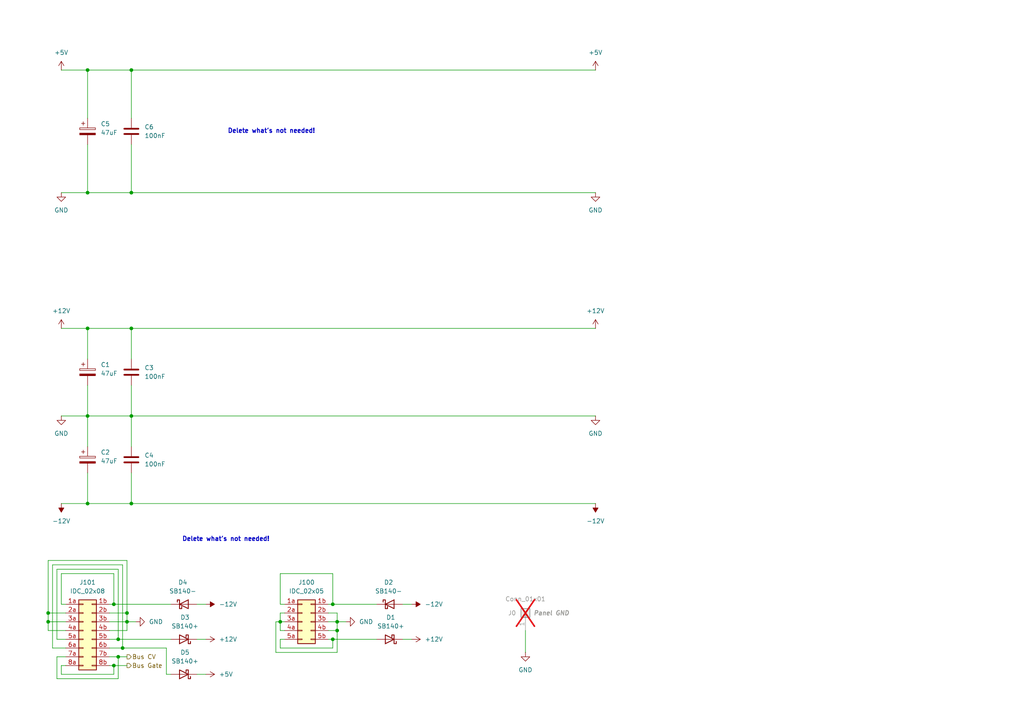
<source format=kicad_sch>
(kicad_sch (version 20250114) (generator "eeschema") (generator_version "9.0")
  (paper "A4")
  (title_block (title "Power Distribution") (company "DMH Instruments") (comment 1 "PCB for 5 cm Kosmo format synthesizer module"))
  (lib_symbols
    (symbol "Connector_Generic:Conn_01x01" (pin_names (offset 1.016) (hide yes))
      (property "Reference" "J" (at 0 2.54 0))
      (property "Value" "Conn_01x01" (at 0 -2.54 0))
      (symbol "Conn_01x01_1_1"
        (rectangle (start -1.27 1.27) (end 1.27 -1.27) (stroke (width 0.254)) (fill (type background)))
        (rectangle (start -1.27 0.127) (end 0 -0.127) (stroke (width 0.1524)))
        (pin passive line (at -5.08 0 0) (length 3.81) (name "Pin_1") (number "1"))
      )
    )
    (symbol "Device:C" (pin_numbers (hide yes)) (pin_names (offset 0.254))
      (property "Reference" "C" (at 0.635 2.54 0))
      (property "Value" "C" (at 0.635 -2.54 0))
      (symbol "C_0_1"
        (polyline (pts (xy -2.032 0.762) (xy 2.032 0.762)) (stroke (width 0.508)))
        (polyline (pts (xy -2.032 -0.762) (xy 2.032 -0.762)) (stroke (width 0.508)))
      )
      (symbol "C_1_1"
        (pin passive line (at 0 3.81 270) (length 2.794) (name "~") (number "1"))
        (pin passive line (at 0 -3.81 90) (length 2.794) (name "~") (number "2"))
      )
    )
    (symbol "Device:C_Polarized" (pin_numbers (hide yes)) (pin_names (offset 0.254))
      (property "Reference" "C" (at 0.635 2.54 0))
      (property "Value" "C_Polarized" (at 0.635 -2.54 0))
      (symbol "C_Polarized_0_1"
        (rectangle (start -2.286 0.508) (end 2.286 1.016))
        (polyline (pts (xy -1.778 2.286) (xy -0.762 2.286)))
        (polyline (pts (xy -1.27 2.794) (xy -1.27 1.778)))
        (rectangle (start 2.286 -0.508) (end -2.286 -1.016) (fill (type outline)))
      )
      (symbol "C_Polarized_1_1"
        (pin passive line (at 0 3.81 270) (length 2.794) (name "~") (number "1"))
        (pin passive line (at 0 -3.81 90) (length 2.794) (name "~") (number "2"))
      )
    )
    (symbol "SynthStuff:Eurorack_Power_Connector_10Pin" (pin_names (offset 1.016) (hide yes))
      (property "Reference" "J" (at 0 -10.922 0))
      (property "Value" "IDC_02x05" (at 0 -8.382 0))
      (symbol "Eurorack_Power_Connector_10Pin_1_1"
        (rectangle (start -2.54 6.35) (end 2.54 -6.35) (stroke (width 0.254)) (fill (type background)))
        (rectangle (start -2.54 5.207) (end -1.27 4.953) (stroke (width 0.1524)))
        (rectangle (start -2.54 2.667) (end -1.27 2.413) (stroke (width 0.1524)))
        (rectangle (start -2.54 0.127) (end -1.27 -0.127) (stroke (width 0.1524)))
        (rectangle (start -2.54 -2.413) (end -1.27 -2.667) (stroke (width 0.1524)))
        (rectangle (start -2.54 -4.953) (end -1.27 -5.207) (stroke (width 0.1524)))
        (rectangle (start 2.54 5.207) (end 1.27 4.953) (stroke (width 0.1524)))
        (rectangle (start 2.54 2.667) (end 1.27 2.413) (stroke (width 0.1524)))
        (rectangle (start 2.54 0.127) (end 1.27 -0.127) (stroke (width 0.1524)))
        (rectangle (start 2.54 -2.413) (end 1.27 -2.667) (stroke (width 0.1524)))
        (rectangle (start 2.54 -4.953) (end 1.27 -5.207) (stroke (width 0.1524)))
        (pin power_out line (at -6.35 5.08 0) (length 3.81) (name "Pin_1a") (number "1a"))
        (pin power_out line (at -6.35 2.54 0) (length 3.81) (name "Pin_2a") (number "2a"))
        (pin passive line (at -6.35 0 0) (length 3.81) (name "Pin_3a") (number "3a"))
        (pin passive line (at -6.35 -2.54 0) (length 3.81) (name "Pin_4a") (number "4a"))
        (pin power_out line (at -6.35 -5.08 0) (length 3.81) (name "Pin_5a") (number "5a"))
        (pin passive line (at 6.35 5.08 180) (length 3.81) (name "Pin_1b") (number "1b"))
        (pin passive line (at 6.35 2.54 180) (length 3.81) (name "Pin_2b") (number "2b"))
        (pin passive line (at 6.35 0 180) (length 3.81) (name "Pin_3b") (number "3b"))
        (pin passive line (at 6.35 -2.54 180) (length 3.81) (name "Pin_4b") (number "4b"))
        (pin passive line (at 6.35 -5.08 180) (length 3.81) (name "Pin_5b") (number "5b"))
      )
    )
    (symbol "SynthStuff:Eurorack_Power_Connector_16Pin" (pin_names (offset 1.016) (hide yes))
      (property "Reference" "J" (at 1.27 -16.51 0))
      (property "Value" "IDC_02x08" (at 1.27 -13.97 0))
      (symbol "Eurorack_Power_Connector_16Pin_1_1"
        (rectangle (start -1.27 8.89) (end 3.81 -11.43) (stroke (width 0.254)) (fill (type background)))
        (rectangle (start -1.27 7.747) (end 0 7.493) (stroke (width 0.1524)))
        (rectangle (start -1.27 5.207) (end 0 4.953) (stroke (width 0.1524)))
        (rectangle (start -1.27 2.667) (end 0 2.413) (stroke (width 0.1524)))
        (rectangle (start -1.27 0.127) (end 0 -0.127) (stroke (width 0.1524)))
        (rectangle (start -1.27 -2.413) (end 0 -2.667) (stroke (width 0.1524)))
        (rectangle (start -1.27 -4.953) (end 0 -5.207) (stroke (width 0.1524)))
        (rectangle (start -1.27 -7.493) (end 0 -7.747) (stroke (width 0.1524)))
        (rectangle (start -1.27 -10.033) (end 0 -10.287) (stroke (width 0.1524)))
        (rectangle (start 3.81 7.747) (end 2.54 7.493) (stroke (width 0.1524)))
        (rectangle (start 3.81 5.207) (end 2.54 4.953) (stroke (width 0.1524)))
        (rectangle (start 3.81 2.667) (end 2.54 2.413) (stroke (width 0.1524)))
        (rectangle (start 3.81 0.127) (end 2.54 -0.127) (stroke (width 0.1524)))
        (rectangle (start 3.81 -2.413) (end 2.54 -2.667) (stroke (width 0.1524)))
        (rectangle (start 3.81 -4.953) (end 2.54 -5.207) (stroke (width 0.1524)))
        (rectangle (start 3.81 -7.493) (end 2.54 -7.747) (stroke (width 0.1524)))
        (rectangle (start 3.81 -10.033) (end 2.54 -10.287) (stroke (width 0.1524)))
        (pin power_out line (at -5.08 7.62 0) (length 3.81) (name "Pin_1a") (number "1a"))
        (pin power_out line (at -5.08 5.08 0) (length 3.81) (name "Pin_2a") (number "2a"))
        (pin passive line (at -5.08 2.54 0) (length 3.81) (name "Pin_3a") (number "3a"))
        (pin passive line (at -5.08 0 0) (length 3.81) (name "Pin_4a") (number "4a"))
        (pin power_out line (at -5.08 -2.54 0) (length 3.81) (name "Pin_5a") (number "5a"))
        (pin power_out line (at -5.08 -5.08 0) (length 3.81) (name "Pin_6a") (number "6a"))
        (pin passive line (at -5.08 -7.62 0) (length 3.81) (name "Pin_7a") (number "7a"))
        (pin passive line (at -5.08 -10.16 0) (length 3.81) (name "Pin_8a") (number "8a"))
        (pin passive line (at 7.62 7.62 180) (length 3.81) (name "Pin_1b") (number "1b"))
        (pin passive line (at 7.62 5.08 180) (length 3.81) (name "Pin_2b") (number "2b"))
        (pin passive line (at 7.62 2.54 180) (length 3.81) (name "Pin_3b") (number "3b"))
        (pin passive line (at 7.62 0 180) (length 3.81) (name "Pin_4b") (number "4b"))
        (pin passive line (at 7.62 -2.54 180) (length 3.81) (name "Pin_5b") (number "5b"))
        (pin passive line (at 7.62 -5.08 180) (length 3.81) (name "Pin_6b") (number "6b"))
        (pin passive line (at 7.62 -7.62 180) (length 3.81) (name "Pin_7b") (number "7b"))
        (pin passive line (at 7.62 -10.16 180) (length 3.81) (name "Pin_8b") (number "8b"))
      )
    )
    (symbol "SynthStuff:Power_Bus_Schotty_+" (pin_numbers (hide yes)) (pin_names (offset 1.016) (hide yes))
      (property "Reference" "D" (at 0 2.54 0))
      (property "Value" "SB140+" (at 0 -2.54 0))
      (symbol "Power_Bus_Schotty_+_0_1"
        (polyline (pts (xy -1.905 0.635) (xy -1.905 1.27) (xy -1.27 1.27) (xy -1.27 -1.27) (xy -0.635 -1.27) (xy -0.635 -0.635)) (stroke (width 0.254)))
        (polyline (pts (xy 1.27 1.27) (xy 1.27 -1.27) (xy -1.27 0) (xy 1.27 1.27)) (stroke (width 0.254)))
        (polyline (pts (xy 1.27 0) (xy -1.27 0)))
      )
      (symbol "Power_Bus_Schotty_+_1_1"
        (pin power_out line (at -3.81 0 0) (length 2.54) (name "K") (number "1"))
        (pin power_in line (at 3.81 0 180) (length 2.54) (name "A") (number "2"))
      )
    )
    (symbol "SynthStuff:Power_Bus_Schotty_-" (pin_numbers (hide yes)) (pin_names (offset 1.016) (hide yes))
      (property "Reference" "D" (at 0 2.54 0))
      (property "Value" "SB140-" (at 0 -2.54 0))
      (symbol "Power_Bus_Schotty_-_0_1"
        (polyline (pts (xy -1.905 0.635) (xy -1.905 1.27) (xy -1.27 1.27) (xy -1.27 -1.27) (xy -0.635 -1.27) (xy -0.635 -0.635)) (stroke (width 0.254)))
        (polyline (pts (xy 1.27 1.27) (xy 1.27 -1.27) (xy -1.27 0) (xy 1.27 1.27)) (stroke (width 0.254)))
        (polyline (pts (xy 1.27 0) (xy -1.27 0)))
      )
      (symbol "Power_Bus_Schotty_-_1_1"
        (pin power_in line (at -3.81 0 0) (length 2.54) (name "K") (number "1"))
        (pin power_out line (at 3.81 0 180) (length 2.54) (name "A") (number "2"))
      )
    )
    (symbol "power:+12V" (power) (pin_numbers (hide yes)) (pin_names (offset 0) (hide yes))
      (property "Value" "+12V" (at 0 3.556 0))
      (symbol "+12V_0_1"
        (polyline (pts (xy -0.762 1.27) (xy 0 2.54)))
        (polyline (pts (xy 0 2.54) (xy 0.762 1.27)))
        (polyline (pts (xy 0 0) (xy 0 2.54)))
      )
      (symbol "+12V_1_1"
        (pin power_in line (at 0 0 90) (length 0) (name "~") (number "1"))
      )
    )
    (symbol "power:+5V" (power) (pin_numbers (hide yes)) (pin_names (offset 0) (hide yes))
      (property "Value" "+5V" (at 0 3.556 0))
      (symbol "+5V_0_1"
        (polyline (pts (xy -0.762 1.27) (xy 0 2.54)))
        (polyline (pts (xy 0 2.54) (xy 0.762 1.27)))
        (polyline (pts (xy 0 0) (xy 0 2.54)))
      )
      (symbol "+5V_1_1"
        (pin power_in line (at 0 0 90) (length 0) (name "~") (number "1"))
      )
    )
    (symbol "power:-12V" (power) (pin_numbers (hide yes)) (pin_names (offset 0) (hide yes))
      (property "Value" "-12V" (at 0 3.556 0))
      (symbol "-12V_0_0"
        (pin power_in line (at 0 0 90) (length 0) (name "~") (number "1"))
      )
      (symbol "-12V_0_1"
        (polyline (pts (xy 0 0) (xy 0 1.27) (xy 0.762 1.27) (xy 0 2.54) (xy -0.762 1.27) (xy 0 1.27)) (fill (type outline)))
      )
    )
    (symbol "power:GND" (power) (pin_numbers (hide yes)) (pin_names (offset 0) (hide yes))
      (property "Value" "GND" (at 0 -3.81 0))
      (symbol "GND_0_1"
        (polyline (pts (xy 0 0) (xy 0 -1.27) (xy 1.27 -1.27) (xy 0 -2.54) (xy -1.27 -1.27) (xy 0 -1.27)))
      )
      (symbol "GND_1_1"
        (pin power_in line (at 0 0 270) (length 0) (name "~") (number "1"))
      )
    )
  )
  (text "Delete what's not needed!" (exclude_from_sim yes) (at 65.532 156.464 0) (effects (font (size 1.27 1.27) (thickness 0.254) (bold yes))))
  (text "Delete what's not needed!" (exclude_from_sim yes) (at 78.74 38.1 0) (effects (font (size 1.27 1.27) (bold yes))))
  (junction (at 38.1 55.88))
  (junction (at 33.02 193.04))
  (junction (at 25.4 55.88))
  (junction (at 81.28 180.34))
  (junction (at 97.79 180.34))
  (junction (at 33.02 175.26))
  (junction (at 25.4 120.65))
  (junction (at 38.1 146.05))
  (junction (at 36.83 180.34))
  (junction (at 35.56 187.96))
  (junction (at 96.52 175.26))
  (junction (at 34.29 185.42))
  (junction (at 38.1 20.32))
  (junction (at 97.79 182.88))
  (junction (at 25.4 146.05))
  (junction (at 25.4 20.32))
  (junction (at 36.83 177.8))
  (junction (at 13.97 180.34))
  (junction (at 96.52 185.42))
  (junction (at 38.1 120.65))
  (junction (at 25.4 95.25))
  (junction (at 34.29 190.5))
  (junction (at 13.97 177.8))
  (junction (at 38.1 95.25))
  (wire (pts (xy 96.52 175.26) (xy 109.22 175.26)))
  (wire (pts (xy 33.02 193.04) (xy 36.83 193.04)))
  (wire (pts (xy 25.4 20.32) (xy 25.4 34.29)))
  (wire (pts (xy 81.28 166.37) (xy 96.52 166.37)))
  (wire (pts (xy 13.97 162.56) (xy 13.97 177.8)))
  (wire (pts (xy 33.02 195.58) (xy 33.02 193.04)))
  (wire (pts (xy 38.1 20.32) (xy 172.72 20.32)))
  (wire (pts (xy 15.24 163.83) (xy 35.56 163.83)))
  (wire (pts (xy 17.78 55.88) (xy 25.4 55.88)))
  (wire (pts (xy 81.28 180.34) (xy 80.01 180.34)))
  (wire (pts (xy 95.25 185.42) (xy 96.52 185.42)))
  (wire (pts (xy 35.56 163.83) (xy 35.56 187.96)))
  (wire (pts (xy 17.78 120.65) (xy 25.4 120.65)))
  (wire (pts (xy 13.97 180.34) (xy 13.97 177.8)))
  (wire (pts (xy 35.56 187.96) (xy 48.26 187.96)))
  (wire (pts (xy 81.28 177.8) (xy 82.55 177.8)))
  (wire (pts (xy 95.25 180.34) (xy 97.79 180.34)))
  (wire (pts (xy 97.79 189.23) (xy 97.79 182.88)))
  (wire (pts (xy 25.4 55.88) (xy 38.1 55.88)))
  (wire (pts (xy 34.29 165.1) (xy 34.29 185.42)))
  (wire (pts (xy 116.84 185.42) (xy 119.38 185.42)))
  (wire (pts (xy 17.78 20.32) (xy 25.4 20.32)))
  (wire (pts (xy 25.4 146.05) (xy 38.1 146.05)))
  (wire (pts (xy 19.05 180.34) (xy 13.97 180.34)))
  (wire (pts (xy 19.05 185.42) (xy 16.51 185.42)))
  (wire (pts (xy 38.1 20.32) (xy 38.1 34.29)))
  (wire (pts (xy 38.1 146.05) (xy 172.72 146.05)))
  (wire (pts (xy 82.55 182.88) (xy 81.28 182.88)))
  (wire (pts (xy 81.28 175.26) (xy 81.28 166.37)))
  (wire (pts (xy 25.4 95.25) (xy 25.4 104.14)))
  (wire (pts (xy 38.1 41.91) (xy 38.1 55.88)))
  (wire (pts (xy 25.4 20.32) (xy 38.1 20.32)))
  (wire (pts (xy 34.29 190.5) (xy 34.29 196.85)))
  (wire (pts (xy 38.1 120.65) (xy 172.72 120.65)))
  (wire (pts (xy 96.52 166.37) (xy 96.52 175.26)))
  (wire (pts (xy 17.78 95.25) (xy 25.4 95.25)))
  (wire (pts (xy 31.75 185.42) (xy 34.29 185.42)))
  (wire (pts (xy 19.05 177.8) (xy 13.97 177.8)))
  (wire (pts (xy 36.83 162.56) (xy 13.97 162.56)))
  (wire (pts (xy 31.75 182.88) (xy 36.83 182.88)))
  (wire (pts (xy 152.4 182.88) (xy 152.4 189.23)))
  (wire (pts (xy 31.75 187.96) (xy 35.56 187.96)))
  (wire (pts (xy 25.4 95.25) (xy 38.1 95.25)))
  (wire (pts (xy 25.4 41.91) (xy 25.4 55.88)))
  (wire (pts (xy 81.28 182.88) (xy 81.28 180.34)))
  (wire (pts (xy 19.05 182.88) (xy 13.97 182.88)))
  (wire (pts (xy 31.75 193.04) (xy 33.02 193.04)))
  (wire (pts (xy 34.29 185.42) (xy 49.53 185.42)))
  (wire (pts (xy 34.29 190.5) (xy 36.83 190.5)))
  (wire (pts (xy 36.83 177.8) (xy 36.83 162.56)))
  (wire (pts (xy 31.75 180.34) (xy 36.83 180.34)))
  (wire (pts (xy 19.05 175.26) (xy 17.78 175.26)))
  (wire (pts (xy 19.05 190.5) (xy 16.51 190.5)))
  (wire (pts (xy 31.75 175.26) (xy 33.02 175.26)))
  (wire (pts (xy 38.1 95.25) (xy 38.1 104.14)))
  (wire (pts (xy 82.55 175.26) (xy 81.28 175.26)))
  (wire (pts (xy 19.05 187.96) (xy 15.24 187.96)))
  (wire (pts (xy 48.26 195.58) (xy 49.53 195.58)))
  (wire (pts (xy 57.15 175.26) (xy 59.69 175.26)))
  (wire (pts (xy 57.15 185.42) (xy 59.69 185.42)))
  (wire (pts (xy 97.79 177.8) (xy 97.79 180.34)))
  (wire (pts (xy 36.83 182.88) (xy 36.83 180.34)))
  (wire (pts (xy 25.4 111.76) (xy 25.4 120.65)))
  (wire (pts (xy 82.55 185.42) (xy 81.28 185.42)))
  (wire (pts (xy 116.84 175.26) (xy 119.38 175.26)))
  (wire (pts (xy 25.4 120.65) (xy 25.4 129.54)))
  (wire (pts (xy 81.28 185.42) (xy 81.28 187.96)))
  (wire (pts (xy 95.25 182.88) (xy 97.79 182.88)))
  (wire (pts (xy 95.25 177.8) (xy 97.79 177.8)))
  (wire (pts (xy 16.51 165.1) (xy 34.29 165.1)))
  (wire (pts (xy 33.02 166.37) (xy 33.02 175.26)))
  (wire (pts (xy 81.28 180.34) (xy 82.55 180.34)))
  (wire (pts (xy 38.1 137.16) (xy 38.1 146.05)))
  (wire (pts (xy 17.78 166.37) (xy 33.02 166.37)))
  (wire (pts (xy 81.28 187.96) (xy 96.52 187.96)))
  (wire (pts (xy 31.75 190.5) (xy 34.29 190.5)))
  (wire (pts (xy 97.79 180.34) (xy 100.33 180.34)))
  (wire (pts (xy 17.78 195.58) (xy 33.02 195.58)))
  (wire (pts (xy 38.1 111.76) (xy 38.1 120.65)))
  (wire (pts (xy 16.51 196.85) (xy 34.29 196.85)))
  (wire (pts (xy 80.01 189.23) (xy 97.79 189.23)))
  (wire (pts (xy 38.1 95.25) (xy 172.72 95.25)))
  (wire (pts (xy 33.02 175.26) (xy 49.53 175.26)))
  (wire (pts (xy 80.01 180.34) (xy 80.01 189.23)))
  (wire (pts (xy 57.15 195.58) (xy 59.69 195.58)))
  (wire (pts (xy 25.4 137.16) (xy 25.4 146.05)))
  (wire (pts (xy 96.52 187.96) (xy 96.52 185.42)))
  (wire (pts (xy 97.79 182.88) (xy 97.79 180.34)))
  (wire (pts (xy 17.78 193.04) (xy 17.78 195.58)))
  (wire (pts (xy 16.51 190.5) (xy 16.51 196.85)))
  (wire (pts (xy 19.05 193.04) (xy 17.78 193.04)))
  (wire (pts (xy 17.78 146.05) (xy 25.4 146.05)))
  (wire (pts (xy 81.28 180.34) (xy 81.28 177.8)))
  (wire (pts (xy 48.26 187.96) (xy 48.26 195.58)))
  (wire (pts (xy 95.25 175.26) (xy 96.52 175.26)))
  (wire (pts (xy 36.83 180.34) (xy 39.37 180.34)))
  (wire (pts (xy 31.75 177.8) (xy 36.83 177.8)))
  (wire (pts (xy 13.97 182.88) (xy 13.97 180.34)))
  (wire (pts (xy 15.24 187.96) (xy 15.24 163.83)))
  (wire (pts (xy 16.51 185.42) (xy 16.51 165.1)))
  (wire (pts (xy 38.1 55.88) (xy 172.72 55.88)))
  (wire (pts (xy 17.78 175.26) (xy 17.78 166.37)))
  (wire (pts (xy 36.83 180.34) (xy 36.83 177.8)))
  (wire (pts (xy 96.52 185.42) (xy 109.22 185.42)))
  (wire (pts (xy 38.1 120.65) (xy 38.1 129.54)))
  (wire (pts (xy 25.4 120.65) (xy 38.1 120.65)))
  (hierarchical_label "Bus Gate" (shape output) (at 36.83 193.04 0))
  (hierarchical_label "Bus CV" (shape output) (at 36.83 190.5 0))
  (symbol (lib_id "Device:C") (at 38.1 107.95 0) (unit 1)
    (property "Reference" "C3" (at 41.91 106.6799 0) (effects (justify left)))
    (property "Value" "100nF" (at 41.91 109.2199 0) (effects (justify left)))
    (property "Footprint" "Capacitor_THT:C_Disc_D4.3mm_W1.9mm_P5.00mm" (effects (hide yes)))
    (property "Description" "Unpolarized capacitor" (effects (hide yes)))
  )
  (symbol (lib_id "power:+5V") (at 172.72 20.32 0) (unit 1)
    (property "Reference" "#PWR011" (effects (hide yes)))
    (property "Value" "+5V" (at 172.72 15.24 0))
    (property "Description" "Power symbol creates a global label with name \"+5V\"" (effects (hide yes)))
  )
  (symbol (lib_id "power:+5V") (at 17.78 20.32 0) (unit 1)
    (property "Reference" "#PWR09" (effects (hide yes)))
    (property "Value" "+5V" (at 17.78 15.24 0))
    (property "Description" "Power symbol creates a global label with name \"+5V\"" (effects (hide yes)))
  )
  (symbol (lib_id "Device:C_Polarized") (at 25.4 133.35 0) (unit 1)
    (property "Reference" "C2" (at 29.21 131.1909 0) (effects (justify left)))
    (property "Value" "47uF" (at 29.21 133.7309 0) (effects (justify left)))
    (property "Footprint" "Capacitor_THT:CP_Radial_D5.0mm_P2.00mm" (effects (hide yes)))
    (property "Description" "Polarized capacitor" (effects (hide yes)))
  )
  (symbol (lib_id "power:+12V") (at 59.69 185.42 270) (unit 1)
    (property "Reference" "#PWR02" (effects (hide yes)))
    (property "Value" "+12V" (at 63.5 185.4199 90) (effects (justify left)))
    (property "Description" "Power symbol creates a global label with name \"+12V\"" (effects (hide yes)))
  )
  (symbol (lib_id "Connector_Generic:Conn_01x01") (at 152.4 177.8 90) (unit 1) (in_bom no) (dnp yes)
    (property "Reference" "J0" (at 147.32 177.8 90) (effects (justify right)))
    (property "Value" "Conn_01x01" (at 152.4 173.736 90))
    (property "Footprint" "Connector_PinHeader_2.54mm:PinHeader_1x01_P2.54mm_Vertical" (effects (hide yes)))
    (property "Description" "Generic connector, single row, 01x01, script generated (kicad-library-utils/schlib/autogen/connector/)" (effects (hide yes)))
    (property "Function" "Panel GND" (at 160.02 177.8 90) (effects (font (thickness 0.254) (bold yes) (italic yes))))
  )
  (symbol (lib_id "power:+12V") (at 17.78 95.25 0) (unit 1)
    (property "Reference" "#PWR013" (effects (hide yes)))
    (property "Value" "+12V" (at 17.78 90.17 0))
    (property "Description" "Power symbol creates a global label with name \"+12V\"" (effects (hide yes)))
  )
  (symbol (lib_id "power:GND") (at 17.78 55.88 0) (unit 1)
    (property "Reference" "#PWR010" (effects (hide yes)))
    (property "Value" "GND" (at 17.78 60.96 0))
    (property "Description" "Power symbol creates a global label with name \"GND\" , ground" (effects (hide yes)))
  )
  (symbol (lib_id "power:-12V") (at 119.38 175.26 270) (unit 1)
    (property "Reference" "#PWR05" (effects (hide yes)))
    (property "Value" "-12V" (at 123.19 175.2599 90) (effects (justify left)))
    (property "Description" "Power symbol creates a global label with name \"-12V\"" (effects (hide yes)))
  )
  (symbol (lib_id "power:GND") (at 39.37 180.34 90) (unit 1)
    (property "Reference" "#PWR04" (effects (hide yes)))
    (property "Value" "GND" (at 43.18 180.3399 90) (effects (justify right)))
    (property "Description" "Power symbol creates a global label with name \"GND\" , ground" (effects (hide yes)))
  )
  (symbol (lib_id "power:-12V") (at 17.78 146.05 180) (unit 1)
    (property "Reference" "#PWR017" (effects (hide yes)))
    (property "Value" "-12V" (at 17.78 151.13 0))
    (property "Description" "Power symbol creates a global label with name \"-12V\"" (effects (hide yes)))
  )
  (symbol (lib_id "SynthStuff:Eurorack_Power_Connector_10Pin") (at 88.9 180.34 0) (unit 1)
    (property "Reference" "J100" (at 88.9 168.91 0))
    (property "Value" "IDC_02x05" (at 88.9 171.45 0))
    (property "Footprint" "SynthStuff:IDC-Header_2x05_P2.54mm_Vertical_Eurorack" (effects (hide yes)))
    (property "Description" "IDC jack, 2x5 pins, row a carries same signals as row b." (effects (hide yes)))
  )
  (symbol (lib_id "power:GND") (at 152.4 189.23 0) (unit 1)
    (property "Reference" "#PWR08" (effects (hide yes)))
    (property "Value" "GND" (at 152.4 194.31 0))
    (property "Description" "Power symbol creates a global label with name \"GND\" , ground" (effects (hide yes)))
  )
  (symbol (lib_id "power:+5V") (at 59.69 195.58 270) (unit 1)
    (property "Reference" "#PWR03" (effects (hide yes)))
    (property "Value" "+5V" (at 63.5 195.5799 90) (effects (justify left)))
    (property "Description" "Power symbol creates a global label with name \"+5V\"" (effects (hide yes)))
  )
  (symbol (lib_id "Device:C") (at 38.1 133.35 0) (unit 1)
    (property "Reference" "C4" (at 41.91 132.0799 0) (effects (justify left)))
    (property "Value" "100nF" (at 41.91 134.6199 0) (effects (justify left)))
    (property "Footprint" "Capacitor_THT:C_Disc_D4.3mm_W1.9mm_P5.00mm" (effects (hide yes)))
    (property "Description" "Unpolarized capacitor" (effects (hide yes)))
  )
  (symbol (lib_id "power:GND") (at 17.78 120.65 0) (unit 1)
    (property "Reference" "#PWR015" (effects (hide yes)))
    (property "Value" "GND" (at 17.78 125.73 0))
    (property "Description" "Power symbol creates a global label with name \"GND\" , ground" (effects (hide yes)))
  )
  (symbol (lib_id "Device:C_Polarized") (at 25.4 38.1 0) (unit 1)
    (property "Reference" "C5" (at 29.21 35.9409 0) (effects (justify left)))
    (property "Value" "47uF" (at 29.21 38.4809 0) (effects (justify left)))
    (property "Footprint" "Capacitor_THT:CP_Radial_D4.0mm_P1.50mm" (effects (hide yes)))
    (property "Description" "Polarized capacitor" (effects (hide yes)))
  )
  (symbol (lib_id "power:-12V") (at 59.69 175.26 270) (unit 1)
    (property "Reference" "#PWR01" (effects (hide yes)))
    (property "Value" "-12V" (at 63.5 175.2599 90) (effects (justify left)))
    (property "Description" "Power symbol creates a global label with name \"-12V\"" (effects (hide yes)))
  )
  (symbol (lib_id "power:+12V") (at 172.72 95.25 0) (unit 1)
    (property "Reference" "#PWR014" (effects (hide yes)))
    (property "Value" "+12V" (at 172.72 90.17 0))
    (property "Description" "Power symbol creates a global label with name \"+12V\"" (effects (hide yes)))
  )
  (symbol (lib_id "power:GND") (at 172.72 120.65 0) (unit 1)
    (property "Reference" "#PWR016" (effects (hide yes)))
    (property "Value" "GND" (at 172.72 125.73 0))
    (property "Description" "Power symbol creates a global label with name \"GND\" , ground" (effects (hide yes)))
  )
  (symbol (lib_id "SynthStuff:Power_Bus_Schotty_+") (at 113.03 185.42 180) (unit 1)
    (property "Reference" "D1" (at 113.3475 179.07 0))
    (property "Value" "SB140+" (at 113.3475 181.61 0))
    (property "Footprint" "Diode_THT:D_DO-41_SOD81_P10.16mm_Horizontal" (effects (hide yes)))
    (property "Datasheet" "http://www.diodes.com/_files/datasheets/ds23022.pdf" (effects (hide yes)))
    (property "Description" "40V 1A Schottky Barrier Rectifier Diode, DO-41" (effects (hide yes)))
  )
  (symbol (lib_id "SynthStuff:Power_Bus_Schotty_-") (at 53.34 175.26 0) (unit 1)
    (property "Reference" "D4" (at 53.0225 168.91 0))
    (property "Value" "SB140-" (at 53.0225 171.45 0))
    (property "Footprint" "Diode_THT:D_DO-41_SOD81_P10.16mm_Horizontal" (effects (hide yes)))
    (property "Datasheet" "http://www.diodes.com/_files/datasheets/ds23022.pdf" (effects (hide yes)))
    (property "Description" "40V 1A Schottky Barrier Rectifier Diode, DO-41" (effects (hide yes)))
  )
  (symbol (lib_id "SynthStuff:Power_Bus_Schotty_+") (at 53.34 185.42 180) (unit 1)
    (property "Reference" "D3" (at 53.6575 179.07 0))
    (property "Value" "SB140+" (at 53.6575 181.61 0))
    (property "Footprint" "Diode_THT:D_DO-41_SOD81_P10.16mm_Horizontal" (effects (hide yes)))
    (property "Datasheet" "http://www.diodes.com/_files/datasheets/ds23022.pdf" (effects (hide yes)))
    (property "Description" "40V 1A Schottky Barrier Rectifier Diode, DO-41" (effects (hide yes)))
  )
  (symbol (lib_id "SynthStuff:Power_Bus_Schotty_+") (at 53.34 195.58 180) (unit 1)
    (property "Reference" "D5" (at 53.6575 189.23 0))
    (property "Value" "SB140+" (at 53.6575 191.77 0))
    (property "Footprint" "Diode_THT:D_DO-41_SOD81_P10.16mm_Horizontal" (effects (hide yes)))
    (property "Datasheet" "http://www.diodes.com/_files/datasheets/ds23022.pdf" (effects (hide yes)))
    (property "Description" "40V 1A Schottky Barrier Rectifier Diode, DO-41" (effects (hide yes)))
  )
  (symbol (lib_id "Device:C") (at 38.1 38.1 0) (unit 1)
    (property "Reference" "C6" (at 41.91 36.8299 0) (effects (justify left)))
    (property "Value" "100nF" (at 41.91 39.3699 0) (effects (justify left)))
    (property "Footprint" "Capacitor_THT:C_Disc_D4.3mm_W1.9mm_P5.00mm" (effects (hide yes)))
    (property "Description" "Unpolarized capacitor" (effects (hide yes)))
  )
  (symbol (lib_id "power:+12V") (at 119.38 185.42 270) (unit 1)
    (property "Reference" "#PWR06" (effects (hide yes)))
    (property "Value" "+12V" (at 123.19 185.4199 90) (effects (justify left)))
    (property "Description" "Power symbol creates a global label with name \"+12V\"" (effects (hide yes)))
  )
  (symbol (lib_id "Device:C_Polarized") (at 25.4 107.95 0) (unit 1)
    (property "Reference" "C1" (at 29.21 105.7909 0) (effects (justify left)))
    (property "Value" "47uF" (at 29.21 108.3309 0) (effects (justify left)))
    (property "Footprint" "Capacitor_THT:CP_Radial_D5.0mm_P2.00mm" (effects (hide yes)))
    (property "Description" "Polarized capacitor" (effects (hide yes)))
  )
  (symbol (lib_id "power:-12V") (at 172.72 146.05 180) (unit 1)
    (property "Reference" "#PWR018" (effects (hide yes)))
    (property "Value" "-12V" (at 172.72 151.13 0))
    (property "Description" "Power symbol creates a global label with name \"-12V\"" (effects (hide yes)))
  )
  (symbol (lib_id "SynthStuff:Power_Bus_Schotty_-") (at 113.03 175.26 0) (unit 1)
    (property "Reference" "D2" (at 112.7125 168.91 0))
    (property "Value" "SB140-" (at 112.7125 171.45 0))
    (property "Footprint" "Diode_THT:D_DO-41_SOD81_P10.16mm_Horizontal" (effects (hide yes)))
    (property "Datasheet" "http://www.diodes.com/_files/datasheets/ds23022.pdf" (effects (hide yes)))
    (property "Description" "40V 1A Schottky Barrier Rectifier Diode, DO-41" (effects (hide yes)))
  )
  (symbol (lib_id "SynthStuff:Eurorack_Power_Connector_16Pin") (at 24.13 182.88 0) (unit 1)
    (property "Reference" "J101" (at 25.4 168.91 0))
    (property "Value" "IDC_02x08" (at 25.4 171.45 0))
    (property "Footprint" "SynthStuff:IDC-Header_2x08_P2.54mm_Vertical_Eurorack" (effects (hide yes)))
    (property "Description" "IDC jack, 2x8 pins, row a carries same signals as row b." (effects (hide yes)))
  )
  (symbol (lib_id "power:GND") (at 172.72 55.88 0) (unit 1)
    (property "Reference" "#PWR012" (effects (hide yes)))
    (property "Value" "GND" (at 172.72 60.96 0))
    (property "Description" "Power symbol creates a global label with name \"GND\" , ground" (effects (hide yes)))
  )
  (symbol (lib_id "power:GND") (at 100.33 180.34 90) (unit 1)
    (property "Reference" "#PWR07" (effects (hide yes)))
    (property "Value" "GND" (at 104.14 180.3399 90) (effects (justify right)))
    (property "Description" "Power symbol creates a global label with name \"GND\" , ground" (effects (hide yes)))
  )
)
</source>
